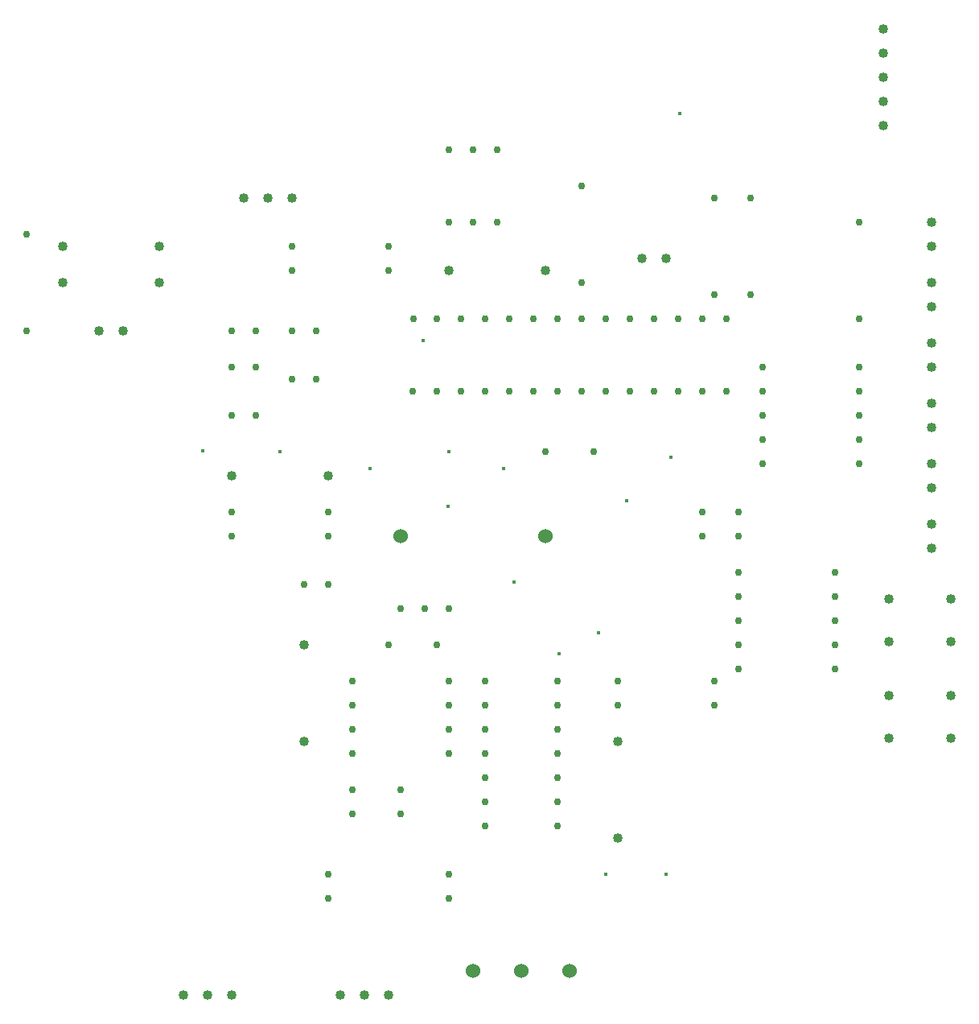
<source format=gbr>
G04 PROTEUS GERBER X2 FILE*
%TF.GenerationSoftware,Labcenter,Proteus,8.15-SP1-Build34318*%
%TF.CreationDate,2023-09-22T11:03:57+00:00*%
%TF.FileFunction,Plated,1,2,PTH*%
%TF.FilePolarity,Positive*%
%TF.Part,Single*%
%TF.SameCoordinates,{3b519ea3-0d73-4d6d-96f8-eb606e8d3f04}*%
%FSLAX45Y45*%
%MOMM*%
G01*
%TA.AperFunction,ViaDrill*%
%ADD57C,0.381000*%
%TA.AperFunction,ComponentDrill*%
%ADD58C,0.762000*%
%TA.AperFunction,ComponentDrill*%
%ADD59C,1.524000*%
%ADD60C,1.016000*%
%TD.AperFunction*%
D57*
X+2032000Y+889000D03*
X+1215012Y+894935D03*
X+5675690Y+370808D03*
X+6139341Y+824379D03*
X+4383357Y+706299D03*
X+2972246Y+706299D03*
X+5382228Y-1022430D03*
X+4490013Y-483886D03*
X+3810000Y+889000D03*
X+3798747Y+311874D03*
X+4964254Y-1239455D03*
X+5461000Y-3556000D03*
X+6096000Y-3556000D03*
X+3534128Y+2051467D03*
X+6237955Y+4441493D03*
D58*
X+4191000Y-1524000D03*
X+4191000Y-1778000D03*
X+4191000Y-2032000D03*
X+4191000Y-2286000D03*
X+4191000Y-2540000D03*
X+4191000Y-2794000D03*
X+4191000Y-3048000D03*
X+4953000Y-3048000D03*
X+4953000Y-2794000D03*
X+4953000Y-2540000D03*
X+4953000Y-2286000D03*
X+4953000Y-2032000D03*
X+4953000Y-1778000D03*
X+4953000Y-1524000D03*
D59*
X+3302000Y+0D03*
X+4826000Y+0D03*
D58*
X+6604000Y-1778000D03*
X+5588000Y-1778000D03*
X+5588000Y-1524000D03*
X+6604000Y-1524000D03*
X+1524000Y+0D03*
X+2540000Y+0D03*
X+2540000Y+254000D03*
X+1524000Y+254000D03*
D60*
X+1524000Y+635000D03*
X+2540000Y+635000D03*
D58*
X+2540000Y-508000D03*
X+2286000Y-508000D03*
X+1778000Y+1270000D03*
X+1524000Y+1270000D03*
X+1778000Y+1778000D03*
X+1524000Y+1778000D03*
X+1524000Y+2159000D03*
X+1778000Y+2159000D03*
X+2794000Y-2286000D03*
X+3810000Y-2286000D03*
X+3302000Y-2921000D03*
X+3302000Y-2667000D03*
X+2794000Y-2667000D03*
X+2794000Y-2921000D03*
X+3810000Y-1778000D03*
X+2794000Y-1778000D03*
X+2794000Y-2032000D03*
X+3810000Y-2032000D03*
X+3683000Y-1143000D03*
X+3175000Y-1143000D03*
X+2794000Y-1524000D03*
X+3810000Y-1524000D03*
X+3302000Y-762000D03*
X+3556000Y-762000D03*
X+3810000Y-762000D03*
D60*
X+1524000Y-4826000D03*
X+1270000Y-4826000D03*
X+1016000Y-4826000D03*
X+3175000Y-4826000D03*
X+2921000Y-4826000D03*
X+2667000Y-4826000D03*
D59*
X+5080000Y-4572000D03*
X+4572000Y-4572000D03*
X+4064000Y-4572000D03*
D58*
X+3810000Y-3556000D03*
X+2540000Y-3556000D03*
X+3810000Y-3810000D03*
X+2540000Y-3810000D03*
X+3429000Y+1524000D03*
X+3683000Y+1524000D03*
X+3937000Y+1524000D03*
X+4191000Y+1524000D03*
X+4445000Y+1524000D03*
X+4699000Y+1524000D03*
X+4953000Y+1524000D03*
X+5207000Y+1524000D03*
X+5461000Y+1524000D03*
X+5715000Y+1524000D03*
X+5969000Y+1524000D03*
X+6223000Y+1524000D03*
X+6477000Y+1524000D03*
X+6731000Y+1524000D03*
X+6731000Y+2286000D03*
X+6477000Y+2286000D03*
X+6223000Y+2286000D03*
X+5969000Y+2286000D03*
X+5715000Y+2286000D03*
X+5461000Y+2286000D03*
X+5207000Y+2286000D03*
X+4953000Y+2286000D03*
X+4699000Y+2286000D03*
X+4445000Y+2286000D03*
X+4191000Y+2286000D03*
X+3937000Y+2286000D03*
X+3683000Y+2286000D03*
X+3431000Y+2286000D03*
D60*
X+1651000Y+3556000D03*
X+1905000Y+3556000D03*
X+2159000Y+3556000D03*
X-254000Y+2667000D03*
X+762000Y+2667000D03*
X+127000Y+2159000D03*
X+381000Y+2159000D03*
X+762000Y+3048000D03*
X-254000Y+3048000D03*
D58*
X-635000Y+2159000D03*
X-635000Y+3175000D03*
X+2159000Y+2159000D03*
X+2413000Y+2159000D03*
X+2413000Y+1651000D03*
X+2159000Y+1651000D03*
X+3810000Y+3302000D03*
X+4064000Y+3302000D03*
X+4318000Y+3302000D03*
X+4318000Y+4064000D03*
X+4064000Y+4064000D03*
X+3810000Y+4064000D03*
X+3175000Y+2794000D03*
X+2159000Y+2794000D03*
X+2159000Y+3048000D03*
X+3175000Y+3048000D03*
D60*
X+4826000Y+2794000D03*
X+3810000Y+2794000D03*
X+8890000Y+3048000D03*
X+8890000Y+3302000D03*
X+8890000Y+2413000D03*
X+8890000Y+2667000D03*
X+8890000Y+1778000D03*
X+8890000Y+2032000D03*
X+8890000Y+1143000D03*
X+8890000Y+1397000D03*
X+8890000Y+508000D03*
X+8890000Y+762000D03*
X+8890000Y-127000D03*
X+8890000Y+127000D03*
X+8382000Y+5334000D03*
X+8382000Y+5080000D03*
X+8382000Y+4826000D03*
X+8382000Y+4572000D03*
X+8382000Y+4318000D03*
D58*
X+7112000Y+1778000D03*
X+8128000Y+1778000D03*
X+7112000Y+1524000D03*
X+8128000Y+1524000D03*
X+7112000Y+1270000D03*
X+8128000Y+1270000D03*
X+7112000Y+762000D03*
X+8128000Y+762000D03*
X+7112000Y+1016000D03*
X+8128000Y+1016000D03*
D60*
X+9093000Y-664000D03*
X+8433000Y-664000D03*
X+9093000Y-1114000D03*
X+8433000Y-1114000D03*
D58*
X+7874000Y-635000D03*
X+6858000Y-635000D03*
X+6858000Y-889000D03*
X+7874000Y-889000D03*
X+4826000Y+889000D03*
X+5334000Y+889000D03*
X+6477000Y+0D03*
X+6477000Y+254000D03*
X+6858000Y+254000D03*
X+6858000Y+0D03*
D60*
X+6096000Y+2921000D03*
X+5842000Y+2921000D03*
X+5588000Y-2159000D03*
X+5588000Y-3175000D03*
X+2286000Y-1143000D03*
X+2286000Y-2159000D03*
X+9093000Y-1680000D03*
X+8433000Y-1680000D03*
X+9093000Y-2130000D03*
X+8433000Y-2130000D03*
D58*
X+6858000Y-1143000D03*
X+7874000Y-1143000D03*
X+6858000Y-381000D03*
X+7874000Y-381000D03*
X+7874000Y-1397000D03*
X+6858000Y-1397000D03*
X+5207000Y+2667000D03*
X+5207000Y+3683000D03*
X+6985000Y+2540000D03*
X+6985000Y+3556000D03*
X+6604000Y+2540000D03*
X+6604000Y+3556000D03*
X+8128000Y+2286000D03*
X+8128000Y+3302000D03*
M02*

</source>
